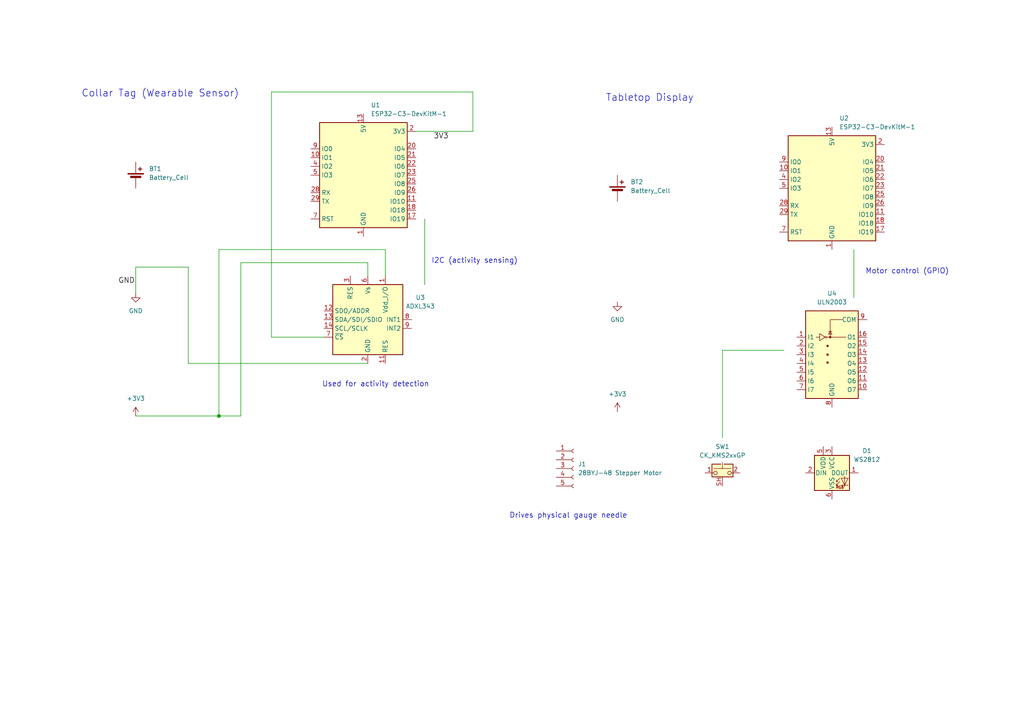
<source format=kicad_sch>
(kicad_sch (version 20250114) (generator "eeschema") (generator_version "9.0")
  (paper "A4")
  (title_block (title "Pet Activity & Proximity Tracker") (rev "v0.1(draft)") (company "TECHIN514"))
  (lib_symbols
    (symbol "Connector:Conn_01x05_Socket" (pin_names (offset 1.016) (hide yes))
      (property "Reference" "J" (at 0 7.62 0))
      (property "Value" "Conn_01x05_Socket" (at 0 -7.62 0))
      (symbol "Conn_01x05_Socket_1_1"
        (polyline (pts (xy -1.27 5.08) (xy -0.508 5.08)) (stroke (width 0.1524)))
        (polyline (pts (xy -1.27 2.54) (xy -0.508 2.54)) (stroke (width 0.1524)))
        (polyline (pts (xy -1.27 0) (xy -0.508 0)) (stroke (width 0.1524)))
        (polyline (pts (xy -1.27 -2.54) (xy -0.508 -2.54)) (stroke (width 0.1524)))
        (polyline (pts (xy -1.27 -5.08) (xy -0.508 -5.08)) (stroke (width 0.1524)))
        (arc (start 0 4.572) (mid -0.5058 5.08) (end 0 5.588) (stroke (width 0.1524)))
        (arc (start 0 2.032) (mid -0.5058 2.54) (end 0 3.048) (stroke (width 0.1524)))
        (arc (start 0 -0.508) (mid -0.5058 0) (end 0 0.508) (stroke (width 0.1524)))
        (arc (start 0 -3.048) (mid -0.5058 -2.54) (end 0 -2.032) (stroke (width 0.1524)))
        (arc (start 0 -5.588) (mid -0.5058 -5.08) (end 0 -4.572) (stroke (width 0.1524)))
        (pin passive line (at -5.08 5.08 0) (length 3.81) (name "Pin_1") (number "1"))
        (pin passive line (at -5.08 2.54 0) (length 3.81) (name "Pin_2") (number "2"))
        (pin passive line (at -5.08 0 0) (length 3.81) (name "Pin_3") (number "3"))
        (pin passive line (at -5.08 -2.54 0) (length 3.81) (name "Pin_4") (number "4"))
        (pin passive line (at -5.08 -5.08 0) (length 3.81) (name "Pin_5") (number "5"))
      )
    )
    (symbol "Device:Battery_Cell" (pin_numbers (hide yes)) (pin_names (offset 0) (hide yes))
      (property "Reference" "BT" (at 2.54 2.54 0))
      (property "Value" "Battery_Cell" (at 2.54 0 0))
      (symbol "Battery_Cell_0_1"
        (rectangle (start -2.286 1.778) (end 2.286 1.524) (fill (type outline)))
        (rectangle (start -1.524 1.016) (end 1.524 0.508) (fill (type outline)))
        (polyline (pts (xy 0 1.778) (xy 0 2.54)))
        (polyline (pts (xy 0 0.762) (xy 0 0)))
        (polyline (pts (xy 0.762 3.048) (xy 1.778 3.048)) (stroke (width 0.254)))
        (polyline (pts (xy 1.27 3.556) (xy 1.27 2.54)) (stroke (width 0.254)))
      )
      (symbol "Battery_Cell_1_1"
        (pin passive line (at 0 5.08 270) (length 2.54) (name "+") (number "1"))
        (pin passive line (at 0 -2.54 90) (length 2.54) (name "-") (number "2"))
      )
    )
    (symbol "LED:WS2812" (pin_names (offset 0.254))
      (property "Reference" "D" (at 5.08 5.715 0))
      (property "Value" "WS2812" (at 1.27 -5.715 0))
      (symbol "WS2812_0_0"
        (text "RGB" (at 2.286 -4.191 0) (effects (font (size 0.762 0.762))))
      )
      (symbol "WS2812_0_1"
        (polyline (pts (xy 1.27 -2.54) (xy 1.778 -2.54)))
        (polyline (pts (xy 1.27 -3.556) (xy 1.778 -3.556)))
        (polyline (pts (xy 2.286 -1.524) (xy 1.27 -2.54) (xy 1.27 -2.032)))
        (polyline (pts (xy 2.286 -2.54) (xy 1.27 -3.556) (xy 1.27 -3.048)))
        (polyline (pts (xy 3.683 -1.016) (xy 3.683 -3.556) (xy 3.683 -4.064)))
        (polyline (pts (xy 4.699 -1.524) (xy 2.667 -1.524) (xy 3.683 -3.556) (xy 4.699 -1.524)))
        (polyline (pts (xy 4.699 -3.556) (xy 2.667 -3.556)))
        (rectangle (start 5.08 5.08) (end -5.08 -5.08) (stroke (width 0.254)) (fill (type background)))
      )
      (symbol "WS2812_1_1"
        (pin input line (at -7.62 0 0) (length 2.54) (name "DIN") (number "2"))
        (pin power_in line (at -2.54 7.62 270) (length 2.54) (name "VDD") (number "5"))
        (pin power_in line (at 0 7.62 270) (length 2.54) (name "VCC") (number "3"))
        (pin power_in line (at 0 -7.62 90) (length 2.54) (name "VSS") (number "6"))
        (pin no_connect line (at 5.08 2.54 180) (length 2.54) (hide yes) (name "NC") (number "4"))
        (pin output line (at 7.62 0 180) (length 2.54) (name "DOUT") (number "1"))
      )
    )
    (symbol "RF_Module:ESP32-C3-DevKitM-1"
      (property "Reference" "U" (at 7.62 16.51 0))
      (property "Value" "ESP32-C3-DevKitM-1" (at 11.684 -16.764 0))
      (symbol "ESP32-C3-DevKitM-1_1_1"
        (rectangle (start -12.7 15.24) (end 12.7 -15.24) (stroke (width 0.254)) (fill (type background)))
        (pin bidirectional line (at -15.24 7.62 0) (length 2.54) (name "IO0") (number "9"))
        (pin bidirectional line (at -15.24 5.08 0) (length 2.54) (name "IO1") (number "10"))
        (pin bidirectional line (at -15.24 2.54 0) (length 2.54) (name "IO2") (number "4"))
        (pin bidirectional line (at -15.24 0 0) (length 2.54) (name "IO3") (number "5"))
        (pin input line (at -15.24 -5.08 0) (length 2.54) (name "RX") (number "28"))
        (pin output line (at -15.24 -7.62 0) (length 2.54) (name "TX") (number "29"))
        (pin input line (at -15.24 -12.7 0) (length 2.54) (name "RST") (number "7"))
        (pin passive line (at 0 17.78 270) (length 2.54) (name "5V") (number "13"))
        (pin passive line (at 0 17.78 270) (length 2.54) (hide yes) (name "5V") (number "14"))
        (pin power_in line (at 0 -17.78 90) (length 2.54) (name "GND") (number "1"))
        (pin passive line (at 0 -17.78 90) (length 2.54) (hide yes) (name "GND") (number "12"))
        (pin passive line (at 0 -17.78 90) (length 2.54) (hide yes) (name "GND") (number "15"))
        (pin passive line (at 0 -17.78 90) (length 2.54) (hide yes) (name "GND") (number "16"))
        (pin passive line (at 0 -17.78 90) (length 2.54) (hide yes) (name "GND") (number "19"))
        (pin passive line (at 0 -17.78 90) (length 2.54) (hide yes) (name "GND") (number "24"))
        (pin passive line (at 0 -17.78 90) (length 2.54) (hide yes) (name "GND") (number "27"))
        (pin passive line (at 0 -17.78 90) (length 2.54) (hide yes) (name "GND") (number "30"))
        (pin passive line (at 0 -17.78 90) (length 2.54) (hide yes) (name "GND") (number "6"))
        (pin passive line (at 0 -17.78 90) (length 2.54) (hide yes) (name "GND") (number "8"))
        (pin power_out line (at 15.24 12.7 180) (length 2.54) (name "3V3") (number "2"))
        (pin passive line (at 15.24 12.7 180) (length 2.54) (hide yes) (name "3V3") (number "3"))
        (pin bidirectional line (at 15.24 7.62 180) (length 2.54) (name "IO4") (number "20"))
        (pin bidirectional line (at 15.24 5.08 180) (length 2.54) (name "IO5") (number "21"))
        (pin bidirectional line (at 15.24 2.54 180) (length 2.54) (name "IO6") (number "22"))
        (pin bidirectional line (at 15.24 0 180) (length 2.54) (name "IO7") (number "23"))
        (pin bidirectional line (at 15.24 -2.54 180) (length 2.54) (name "IO8") (number "25"))
        (pin bidirectional line (at 15.24 -5.08 180) (length 2.54) (name "IO9") (number "26"))
        (pin bidirectional line (at 15.24 -7.62 180) (length 2.54) (name "IO10") (number "11"))
        (pin bidirectional line (at 15.24 -10.16 180) (length 2.54) (name "IO18") (number "18"))
        (pin bidirectional line (at 15.24 -12.7 180) (length 2.54) (name "IO19") (number "17"))
      )
    )
    (symbol "Sensor_Motion:ADXL343"
      (property "Reference" "U" (at -8.89 11.43 0))
      (property "Value" "ADXL343" (at -7.62 -11.43 0))
      (symbol "ADXL343_0_1"
        (rectangle (start -10.16 10.16) (end 10.16 -10.16) (stroke (width 0.254)) (fill (type background)))
      )
      (symbol "ADXL343_1_1"
        (pin bidirectional line (at -12.7 2.54 0) (length 2.54) (name "SDO/ADDR") (number "12"))
        (pin bidirectional line (at -12.7 0 0) (length 2.54) (name "SDA/SDI/SDIO") (number "13"))
        (pin input line (at -12.7 -2.54 0) (length 2.54) (name "SCL/SCLK") (number "14"))
        (pin input line (at -12.7 -5.08 0) (length 2.54) (name "~{CS}") (number "7"))
        (pin passive line (at -5.08 12.7 270) (length 2.54) (name "RES") (number "3"))
        (pin no_connect line (at -5.08 -10.16 90) (length 2.54) (hide yes) (name "NC") (number "10"))
        (pin power_in line (at 0 12.7 270) (length 2.54) (name "Vs") (number "6"))
        (pin power_in line (at 0 -12.7 90) (length 2.54) (name "GND") (number "2"))
        (pin passive line (at 0 -12.7 90) (length 2.54) (hide yes) (name "GND") (number "4"))
        (pin passive line (at 0 -12.7 90) (length 2.54) (hide yes) (name "GND") (number "5"))
        (pin power_in line (at 5.08 12.7 270) (length 2.54) (name "Vdd_I/O") (number "1"))
        (pin passive line (at 5.08 -12.7 90) (length 2.54) (name "RES") (number "11"))
        (pin output line (at 12.7 0 180) (length 2.54) (name "INT1") (number "8"))
        (pin output line (at 12.7 -2.54 180) (length 2.54) (name "INT2") (number "9"))
      )
    )
    (symbol "Switch:CK_KMS2xxGP" (pin_names (offset 1.016) (hide yes))
      (property "Reference" "SW" (at 4.318 2.032 0))
      (property "Value" "CK_KMS2xxGP" (at 0 4.572 0))
      (symbol "CK_KMS2xxGP_0_1"
        (circle (center -2.032 0) (radius 0.508))
        (polyline (pts (xy 0 1.27) (xy 0 3.048)))
        (polyline (pts (xy 0.508 2.54) (xy 3.048 2.54) (xy 3.048 -1.143) (xy -3.048 -1.143) (xy -3.048 2.54) (xy -0.508 2.54)) (stroke (width -0.0254)))
        (polyline (pts (xy 0.508 2.54) (xy 3.048 2.54) (xy 3.048 -1.143) (xy -3.048 -1.143) (xy -3.048 2.54) (xy -0.508 2.54)) (stroke (width 0.254)))
        (circle (center 2.032 0) (radius 0.508))
        (polyline (pts (xy 2.54 1.27) (xy -2.54 1.27)))
        (pin passive line (at -5.08 0 0) (length 2.54) (name "1") (number "1"))
        (pin passive line (at 5.08 0 180) (length 2.54) (name "2") (number "2"))
      )
      (symbol "CK_KMS2xxGP_1_1"
        (rectangle (start -3.048 2.54) (end 3.048 -1.27) (stroke (width -0.0254)) (fill (type background)))
        (pin passive line (at 0 -3.81 90) (length 2.54) (name "B") (number "SH"))
      )
    )
    (symbol "Transistor_Array:ULN2003"
      (property "Reference" "U" (at 0 15.875 0))
      (property "Value" "ULN2003" (at 0 13.97 0))
      (symbol "ULN2003_0_1"
        (rectangle (start -7.62 -12.7) (end 7.62 12.7) (stroke (width 0.254)) (fill (type background)))
        (polyline (pts (xy -4.572 5.08) (xy -3.556 5.08)))
        (polyline (pts (xy -3.556 6.096) (xy -3.556 4.064) (xy -2.032 5.08) (xy -3.556 6.096)))
        (circle (center -1.778 5.08) (radius 0.254))
        (polyline (pts (xy -1.524 5.08) (xy 4.064 5.08)))
        (circle (center -1.27 2.54) (radius 0.254) (fill (type outline)))
        (circle (center -1.27 0) (radius 0.254) (fill (type outline)))
        (circle (center -1.27 -2.286) (radius 0.254) (fill (type outline)))
        (circle (center -0.508 5.08) (radius 0.254) (fill (type outline)))
        (polyline (pts (xy -0.508 5.08) (xy -0.508 10.16) (xy 2.921 10.16)))
        (polyline (pts (xy 0 6.731) (xy -1.016 6.731)))
        (polyline (pts (xy 0 5.969) (xy -1.016 5.969) (xy -0.508 6.731) (xy 0 5.969)))
      )
      (symbol "ULN2003_1_1"
        (pin input line (at -10.16 5.08 0) (length 2.54) (name "I1") (number "1"))
        (pin input line (at -10.16 2.54 0) (length 2.54) (name "I2") (number "2"))
        (pin input line (at -10.16 0 0) (length 2.54) (name "I3") (number "3"))
        (pin input line (at -10.16 -2.54 0) (length 2.54) (name "I4") (number "4"))
        (pin input line (at -10.16 -5.08 0) (length 2.54) (name "I5") (number "5"))
        (pin input line (at -10.16 -7.62 0) (length 2.54) (name "I6") (number "6"))
        (pin input line (at -10.16 -10.16 0) (length 2.54) (name "I7") (number "7"))
        (pin power_in line (at 0 -15.24 90) (length 2.54) (name "GND") (number "8"))
        (pin passive line (at 10.16 10.16 180) (length 2.54) (name "COM") (number "9"))
        (pin open_collector line (at 10.16 5.08 180) (length 2.54) (name "O1") (number "16"))
        (pin open_collector line (at 10.16 2.54 180) (length 2.54) (name "O2") (number "15"))
        (pin open_collector line (at 10.16 0 180) (length 2.54) (name "O3") (number "14"))
        (pin open_collector line (at 10.16 -2.54 180) (length 2.54) (name "O4") (number "13"))
        (pin open_collector line (at 10.16 -5.08 180) (length 2.54) (name "O5") (number "12"))
        (pin open_collector line (at 10.16 -7.62 180) (length 2.54) (name "O6") (number "11"))
        (pin open_collector line (at 10.16 -10.16 180) (length 2.54) (name "O7") (number "10"))
      )
    )
    (symbol "power:+3V3" (power) (pin_numbers (hide yes)) (pin_names (offset 0) (hide yes))
      (property "Value" "+3V3" (at 0 3.556 0))
      (symbol "+3V3_0_1"
        (polyline (pts (xy -0.762 1.27) (xy 0 2.54)))
        (polyline (pts (xy 0 2.54) (xy 0.762 1.27)))
        (polyline (pts (xy 0 0) (xy 0 2.54)))
      )
      (symbol "+3V3_1_1"
        (pin power_in line (at 0 0 90) (length 0) (name "~") (number "1"))
      )
    )
    (symbol "power:GND" (power) (pin_numbers (hide yes)) (pin_names (offset 0) (hide yes))
      (property "Value" "GND" (at 0 -3.81 0))
      (symbol "GND_0_1"
        (polyline (pts (xy 0 0) (xy 0 -1.27) (xy 1.27 -1.27) (xy 0 -2.54) (xy -1.27 -1.27) (xy 0 -1.27)))
      )
      (symbol "GND_1_1"
        (pin power_in line (at 0 0 270) (length 0) (name "~") (number "1"))
      )
    )
  )
  (text "Used for activity detection" (at 108.966 111.506 0) (effects (font (size 1.524 1.524))))
  (text "Tabletop Display" (at 188.468 28.448 0) (effects (font (size 2.032 2.032))))
  (text "Motor control (GPIO)" (at 263.144 78.74 0) (effects (font (size 1.524 1.524))))
  (text "Collar Tag (Wearable Sensor)" (at 46.482 27.178 0) (effects (font (size 2.032 2.032))))
  (text "Drives physical gauge needle" (at 164.846 149.606 0) (effects (font (size 1.524 1.524))))
  (text "I2C (activity sensing)" (at 137.668 75.692 0) (effects (font (size 1.524 1.524))))
  (junction (at 63.5 120.65))
  (wire (pts (xy 69.85 120.65) (xy 69.85 76.2)))
  (wire (pts (xy 78.74 26.67) (xy 78.74 97.79)))
  (wire (pts (xy 111.76 72.39) (xy 111.76 80.01)))
  (wire (pts (xy 39.37 77.47) (xy 54.61 77.47)))
  (wire (pts (xy 123.19 63.5) (xy 123.19 82.55)))
  (wire (pts (xy 106.68 76.2) (xy 106.68 80.01)))
  (wire (pts (xy 120.65 38.1) (xy 137.16 38.1)))
  (wire (pts (xy 63.5 72.39) (xy 111.76 72.39)))
  (wire (pts (xy 54.61 105.41) (xy 106.68 105.41)))
  (wire (pts (xy 227.33 101.6) (xy 209.55 101.6)))
  (wire (pts (xy 69.85 76.2) (xy 106.68 76.2)))
  (wire (pts (xy 209.55 101.6) (xy 209.55 127)))
  (wire (pts (xy 247.65 72.39) (xy 247.65 86.36)))
  (wire (pts (xy 137.16 38.1) (xy 137.16 26.67)))
  (wire (pts (xy 39.37 77.47) (xy 39.37 85.09)))
  (wire (pts (xy 39.37 120.65) (xy 63.5 120.65)))
  (wire (pts (xy 78.74 97.79) (xy 93.98 97.79)))
  (wire (pts (xy 63.5 120.65) (xy 63.5 72.39)))
  (wire (pts (xy 63.5 120.65) (xy 69.85 120.65)))
  (wire (pts (xy 137.16 26.67) (xy 78.74 26.67)))
  (wire (pts (xy 54.61 77.47) (xy 54.61 105.41)))
  (label "3V3" (at 125.73 40.64 0) (effects (font (size 1.524 1.524))))
  (label "GND" (at 34.29 82.55 0) (effects (font (size 1.524 1.524))))
  (symbol (lib_id "Sensor_Motion:ADXL343") (at 106.68 92.71 0) (unit 1)
    (property "Reference" "U3" (at 121.92 86.2898 0))
    (property "Value" "ADXL343" (at 121.92 88.8298 0))
    (property "Footprint" "Package_LGA:LGA-14_3x5mm_P0.8mm_LayoutBorder1x6y" (effects (hide yes)))
    (property "Datasheet" "https://www.analog.com/media/en/technical-documentation/data-sheets/ADXL343.pdf" (effects (hide yes)))
    (property "Description" "3-Axis MEMS Accelerometer, 2/4/8/16g range, I2C/SPI, LGA-14" (effects (hide yes)))
  )
  (symbol (lib_id "power:+3V3") (at 179.07 119.38 0) (unit 1)
    (property "Reference" "#PWR04" (effects (hide yes)))
    (property "Value" "+3V3" (at 179.07 114.3 0))
    (property "Description" "Power symbol creates a global label with name \"+3V3\"" (effects (hide yes)))
  )
  (symbol (lib_id "power:GND") (at 179.07 87.63 0) (unit 1)
    (property "Reference" "#PWR03" (effects (hide yes)))
    (property "Value" "GND" (at 179.07 92.71 0))
    (property "Description" "Power symbol creates a global label with name \"GND\" , ground" (effects (hide yes)))
  )
  (symbol (lib_id "Transistor_Array:ULN2003") (at 241.3 102.87 0) (unit 1)
    (property "Reference" "U4" (at 241.3 85.09 0))
    (property "Value" "ULN2003" (at 241.3 87.63 0))
    (property "Datasheet" "http://www.ti.com/lit/ds/symlink/uln2003a.pdf" (effects (hide yes)))
    (property "Description" "High Voltage, High Current Darlington Transistor Arrays, SOIC16/SOIC16W/DIP16/TSSOP16" (effects (hide yes)))
  )
  (symbol (lib_id "RF_Module:ESP32-C3-DevKitM-1") (at 105.41 50.8 0) (unit 1)
    (property "Reference" "U1" (at 107.5533 30.48 0) (effects (justify left)))
    (property "Value" "ESP32-C3-DevKitM-1" (at 107.5533 33.02 0) (effects (justify left)))
    (property "Footprint" "RF_Module:ESP32-C3-DevKitM-1" (effects (hide yes)))
    (property "Datasheet" "https://docs.espressif.com/projects/esp-idf/en/latest/esp32c3/hw-reference/esp32c3/user-guide-devkitm-1.html" (effects (hide yes)))
    (property "Description" "Development board featuring ESP32-C3-MINI-1 module" (effects (hide yes)))
  )
  (symbol (lib_id "power:GND") (at 39.37 85.09 0) (unit 1)
    (property "Reference" "#PWR01" (effects (hide yes)))
    (property "Value" "GND" (at 39.37 90.17 0))
    (property "Description" "Power symbol creates a global label with name \"GND\" , ground" (effects (hide yes)))
  )
  (symbol (lib_id "Device:Battery_Cell") (at 179.07 55.88 0) (unit 1)
    (property "Reference" "BT2" (at 182.88 52.7684 0) (effects (justify left)))
    (property "Value" "Battery_Cell" (at 182.88 55.3084 0) (effects (justify left)))
    (property "Description" "Single-cell battery" (effects (hide yes)))
  )
  (symbol (lib_id "Switch:CK_KMS2xxGP") (at 209.55 137.16 0) (unit 1)
    (property "Reference" "SW1" (at 209.55 129.54 0))
    (property "Value" "CK_KMS2xxGP" (at 209.55 132.08 0))
    (property "Footprint" "Button_Switch_SMD:SW_SPST_CK_KMS2xxGP" (effects (hide yes)))
    (property "Datasheet" "https://www.ckswitches.com/media/1482/kms.pdf" (effects (hide yes)))
    (property "Description" "Microminiature SMT Side Actuated, 4.2 x 2.8 x 1.42mm, with pegs, with shield pin" (effects (hide yes)))
  )
  (symbol (lib_id "LED:WS2812") (at 241.3 137.16 0) (unit 1)
    (property "Reference" "D1" (at 251.46 130.7398 0))
    (property "Value" "WS2812" (at 251.46 133.2798 0))
    (property "Footprint" "LED_SMD:LED_WS2812_PLCC6_5.0x5.0mm_P1.6mm" (effects (hide yes)))
    (property "Datasheet" "https://cdn-shop.adafruit.com/datasheets/WS2812.pdf" (effects (hide yes)))
    (property "Description" "RGB LED with integrated controller" (effects (hide yes)))
  )
  (symbol (lib_id "RF_Module:ESP32-C3-DevKitM-1") (at 241.3 54.61 0) (unit 1)
    (property "Reference" "U2" (at 243.4433 34.29 0) (effects (justify left)))
    (property "Value" "ESP32-C3-DevKitM-1" (at 243.4433 36.83 0) (effects (justify left)))
    (property "Footprint" "RF_Module:ESP32-C3-DevKitM-1" (effects (hide yes)))
    (property "Datasheet" "https://docs.espressif.com/projects/esp-idf/en/latest/esp32c3/hw-reference/esp32c3/user-guide-devkitm-1.html" (effects (hide yes)))
    (property "Description" "Development board featuring ESP32-C3-MINI-1 module" (effects (hide yes)))
  )
  (symbol (lib_id "power:+3V3") (at 39.37 120.65 0) (unit 1)
    (property "Reference" "#PWR02" (effects (hide yes)))
    (property "Value" "+3V3" (at 39.37 115.57 0))
    (property "Description" "Power symbol creates a global label with name \"+3V3\"" (effects (hide yes)))
  )
  (symbol (lib_id "Device:Battery_Cell") (at 39.37 52.07 0) (unit 1)
    (property "Reference" "BT1" (at 43.18 48.9584 0) (effects (justify left)))
    (property "Value" "Battery_Cell" (at 43.18 51.4984 0) (effects (justify left)))
    (property "Description" "Single-cell battery" (effects (hide yes)))
  )
  (symbol (lib_id "Connector:Conn_01x05_Socket") (at 166.37 135.89 0) (unit 1)
    (property "Reference" "J1" (at 167.64 134.6199 0) (effects (justify left)))
    (property "Value" "28BYJ-48 Stepper Motor" (at 167.64 137.1599 0) (effects (justify left)))
    (property "Description" "Generic connector, single row, 01x05, script generated" (effects (hide yes)))
  )
)
</source>
